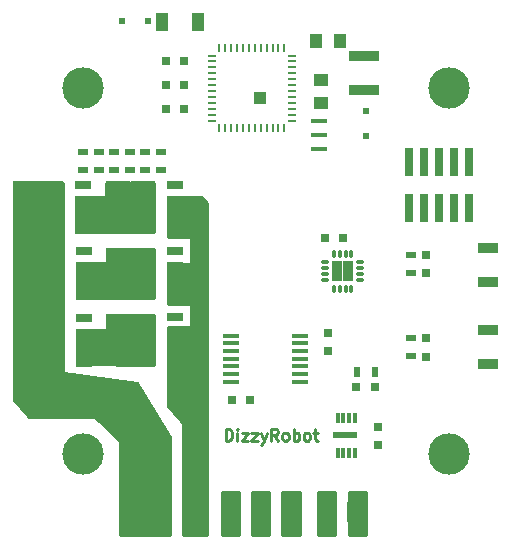
<source format=gbr>
G04 #@! TF.FileFunction,Soldermask,Top*
%FSLAX46Y46*%
G04 Gerber Fmt 4.6, Leading zero omitted, Abs format (unit mm)*
G04 Created by KiCad (PCBNEW 4.0.6) date 04/28/18 22:43:32*
%MOMM*%
%LPD*%
G01*
G04 APERTURE LIST*
%ADD10C,0.100000*%
%ADD11C,0.250000*%
%ADD12C,3.500000*%
%ADD13R,1.000000X1.250000*%
%ADD14R,1.250000X1.000000*%
%ADD15R,0.800000X0.750000*%
%ADD16R,0.750000X0.800000*%
%ADD17R,1.700000X0.900000*%
%ADD18R,0.500000X0.500000*%
%ADD19R,0.800000X0.800000*%
%ADD20R,1.700000X1.700000*%
%ADD21O,1.700000X1.700000*%
%ADD22R,2.500000X0.900000*%
%ADD23R,1.400000X0.700000*%
%ADD24R,4.300000X4.410000*%
%ADD25R,0.900000X0.500000*%
%ADD26R,0.500000X0.900000*%
%ADD27R,0.700000X0.250000*%
%ADD28R,0.250000X0.700000*%
%ADD29R,1.000000X1.000000*%
%ADD30R,0.304800X0.889000*%
%ADD31R,2.000000X0.600000*%
%ADD32O,0.300000X0.750000*%
%ADD33O,0.750000X0.300000*%
%ADD34R,0.900000X0.900000*%
%ADD35R,1.400000X0.400000*%
%ADD36R,1.000000X1.600000*%
%ADD37R,1.450000X0.450000*%
%ADD38R,2.150000X2.200000*%
%ADD39R,0.740000X2.400000*%
%ADD40C,0.254000*%
G04 APERTURE END LIST*
D10*
D11*
X62066666Y-79852381D02*
X62066666Y-78852381D01*
X62304761Y-78852381D01*
X62447619Y-78900000D01*
X62542857Y-78995238D01*
X62590476Y-79090476D01*
X62638095Y-79280952D01*
X62638095Y-79423810D01*
X62590476Y-79614286D01*
X62542857Y-79709524D01*
X62447619Y-79804762D01*
X62304761Y-79852381D01*
X62066666Y-79852381D01*
X63066666Y-79852381D02*
X63066666Y-79185714D01*
X63066666Y-78852381D02*
X63019047Y-78900000D01*
X63066666Y-78947619D01*
X63114285Y-78900000D01*
X63066666Y-78852381D01*
X63066666Y-78947619D01*
X63447618Y-79185714D02*
X63971428Y-79185714D01*
X63447618Y-79852381D01*
X63971428Y-79852381D01*
X64257142Y-79185714D02*
X64780952Y-79185714D01*
X64257142Y-79852381D01*
X64780952Y-79852381D01*
X65066666Y-79185714D02*
X65304761Y-79852381D01*
X65542857Y-79185714D02*
X65304761Y-79852381D01*
X65209523Y-80090476D01*
X65161904Y-80138095D01*
X65066666Y-80185714D01*
X66495238Y-79852381D02*
X66161904Y-79376190D01*
X65923809Y-79852381D02*
X65923809Y-78852381D01*
X66304762Y-78852381D01*
X66400000Y-78900000D01*
X66447619Y-78947619D01*
X66495238Y-79042857D01*
X66495238Y-79185714D01*
X66447619Y-79280952D01*
X66400000Y-79328571D01*
X66304762Y-79376190D01*
X65923809Y-79376190D01*
X67066666Y-79852381D02*
X66971428Y-79804762D01*
X66923809Y-79757143D01*
X66876190Y-79661905D01*
X66876190Y-79376190D01*
X66923809Y-79280952D01*
X66971428Y-79233333D01*
X67066666Y-79185714D01*
X67209524Y-79185714D01*
X67304762Y-79233333D01*
X67352381Y-79280952D01*
X67400000Y-79376190D01*
X67400000Y-79661905D01*
X67352381Y-79757143D01*
X67304762Y-79804762D01*
X67209524Y-79852381D01*
X67066666Y-79852381D01*
X67828571Y-79852381D02*
X67828571Y-78852381D01*
X67828571Y-79233333D02*
X67923809Y-79185714D01*
X68114286Y-79185714D01*
X68209524Y-79233333D01*
X68257143Y-79280952D01*
X68304762Y-79376190D01*
X68304762Y-79661905D01*
X68257143Y-79757143D01*
X68209524Y-79804762D01*
X68114286Y-79852381D01*
X67923809Y-79852381D01*
X67828571Y-79804762D01*
X68876190Y-79852381D02*
X68780952Y-79804762D01*
X68733333Y-79757143D01*
X68685714Y-79661905D01*
X68685714Y-79376190D01*
X68733333Y-79280952D01*
X68780952Y-79233333D01*
X68876190Y-79185714D01*
X69019048Y-79185714D01*
X69114286Y-79233333D01*
X69161905Y-79280952D01*
X69209524Y-79376190D01*
X69209524Y-79661905D01*
X69161905Y-79757143D01*
X69114286Y-79804762D01*
X69019048Y-79852381D01*
X68876190Y-79852381D01*
X69495238Y-79185714D02*
X69876190Y-79185714D01*
X69638095Y-78852381D02*
X69638095Y-79709524D01*
X69685714Y-79804762D01*
X69780952Y-79852381D01*
X69876190Y-79852381D01*
D12*
X81000000Y-81000000D03*
X50000000Y-81000000D03*
X81000000Y-50000000D03*
D13*
X71750000Y-46050000D03*
X69750000Y-46050000D03*
D14*
X70150000Y-51300000D03*
X70150000Y-49300000D03*
D15*
X58550000Y-51800000D03*
X57050000Y-51800000D03*
X58550000Y-49750000D03*
X57050000Y-49750000D03*
X58550000Y-47750000D03*
X57050000Y-47750000D03*
D16*
X75000000Y-80200000D03*
X75000000Y-78700000D03*
D15*
X70500000Y-62700000D03*
X72000000Y-62700000D03*
D17*
X84300000Y-66400000D03*
X84300000Y-63500000D03*
D18*
X73950000Y-51900000D03*
X73950000Y-54100000D03*
D19*
X74750000Y-75350000D03*
X73150000Y-75350000D03*
X79000000Y-71150000D03*
X79000000Y-72750000D03*
D18*
X55500000Y-44350000D03*
X53300000Y-44350000D03*
D19*
X79000000Y-64100000D03*
X79000000Y-65700000D03*
D17*
X84300000Y-73350000D03*
X84300000Y-70450000D03*
D20*
X73200000Y-85900000D03*
D21*
X70660000Y-85900000D03*
D20*
X56600000Y-85900000D03*
X59200000Y-85900000D03*
X62500000Y-85900000D03*
X65040000Y-85900000D03*
X67580000Y-85900000D03*
D22*
X73750000Y-50200000D03*
X73750000Y-47300000D03*
D23*
X50100000Y-73240000D03*
X50100000Y-71970000D03*
X50100000Y-70700000D03*
X50100000Y-69430000D03*
D24*
X46290000Y-71335000D03*
D23*
X50100000Y-67570000D03*
X50100000Y-66300000D03*
X50100000Y-65030000D03*
X50100000Y-63760000D03*
D24*
X46290000Y-65665000D03*
D23*
X50000000Y-62000000D03*
X50000000Y-60730000D03*
X50000000Y-59460000D03*
X50000000Y-58190000D03*
D24*
X46190000Y-60095000D03*
D25*
X77800000Y-72700000D03*
X77800000Y-71200000D03*
X77800000Y-65650000D03*
X77800000Y-64150000D03*
X55250000Y-56950000D03*
X55250000Y-55450000D03*
X56600000Y-56950000D03*
X56600000Y-55450000D03*
X52650000Y-56950000D03*
X52650000Y-55450000D03*
X53950000Y-56950000D03*
X53950000Y-55450000D03*
X50000000Y-56950000D03*
X50000000Y-55450000D03*
X51350000Y-56950000D03*
X51350000Y-55450000D03*
D26*
X73200000Y-74050000D03*
X74700000Y-74050000D03*
D27*
X67700000Y-52750000D03*
X67700000Y-52250000D03*
X67700000Y-51750000D03*
X67700000Y-51250000D03*
X67700000Y-50750000D03*
X67700000Y-50250000D03*
X67700000Y-49750000D03*
X67700000Y-49250000D03*
X67700000Y-48750000D03*
X67700000Y-48250000D03*
X67700000Y-47750000D03*
X67700000Y-47250000D03*
D28*
X67050000Y-46600000D03*
X66550000Y-46600000D03*
X66050000Y-46600000D03*
X65550000Y-46600000D03*
X65050000Y-46600000D03*
X64550000Y-46600000D03*
X64050000Y-46600000D03*
X63550000Y-46600000D03*
X63050000Y-46600000D03*
X62550000Y-46600000D03*
X62050000Y-46600000D03*
X61550000Y-46600000D03*
D27*
X60900000Y-47250000D03*
X60900000Y-47750000D03*
X60900000Y-48250000D03*
X60900000Y-48750000D03*
X60900000Y-49250000D03*
X60900000Y-49750000D03*
X60900000Y-50250000D03*
X60900000Y-50750000D03*
X60900000Y-51250000D03*
X60900000Y-51750000D03*
X60900000Y-52250000D03*
X60900000Y-52750000D03*
D28*
X61550000Y-53400000D03*
X62050000Y-53400000D03*
X62550000Y-53400000D03*
X63050000Y-53400000D03*
X63550000Y-53400000D03*
X64050000Y-53400000D03*
X64550000Y-53400000D03*
X65050000Y-53400000D03*
X65550000Y-53400000D03*
X66050000Y-53400000D03*
X66550000Y-53400000D03*
X67050000Y-53400000D03*
D29*
X65000000Y-50800000D03*
D30*
X73050000Y-77900000D03*
X72550000Y-77900000D03*
X72050000Y-77900000D03*
X71550000Y-77900000D03*
X71550000Y-80922600D03*
X72050000Y-80922600D03*
X72550000Y-80922600D03*
X73050000Y-80922600D03*
D31*
X72200000Y-79411300D03*
D32*
X71225000Y-66975000D03*
X71725000Y-66975000D03*
X72225000Y-66975000D03*
X72725000Y-66975000D03*
D33*
X73450000Y-66250000D03*
X73450000Y-65750000D03*
X73450000Y-65250000D03*
X73450000Y-64750000D03*
D32*
X72725000Y-64025000D03*
X72225000Y-64025000D03*
X71725000Y-64025000D03*
X71225000Y-64025000D03*
D33*
X70500000Y-64750000D03*
X70500000Y-65250000D03*
X70500000Y-65750000D03*
X70500000Y-66250000D03*
D34*
X72425000Y-65050000D03*
X71525000Y-65050000D03*
X72425000Y-65950000D03*
X71525000Y-65950000D03*
D35*
X70000000Y-55150000D03*
X70000000Y-53950000D03*
X70000000Y-52750000D03*
D12*
X50000000Y-50000000D03*
D36*
X56700000Y-44400000D03*
X59700000Y-44400000D03*
D15*
X62650000Y-76450000D03*
X64150000Y-76450000D03*
D16*
X70750000Y-70750000D03*
X70750000Y-72250000D03*
D37*
X68400000Y-74850000D03*
X68400000Y-74200000D03*
X68400000Y-73550000D03*
X68400000Y-72900000D03*
X68400000Y-72250000D03*
X68400000Y-71600000D03*
X68400000Y-70950000D03*
X62500000Y-70950000D03*
X62500000Y-71600000D03*
X62500000Y-72250000D03*
X62500000Y-72900000D03*
X62500000Y-73550000D03*
X62500000Y-74200000D03*
X62500000Y-74850000D03*
D23*
X57823935Y-73205000D03*
X57823935Y-71935000D03*
X57823935Y-70665000D03*
X57823935Y-69395000D03*
D38*
X52958935Y-72400000D03*
X52958935Y-70200000D03*
X55108935Y-72400000D03*
X55108935Y-70200000D03*
D23*
X57810000Y-67605000D03*
X57810000Y-66335000D03*
X57810000Y-65065000D03*
X57810000Y-63795000D03*
D38*
X52945000Y-66800000D03*
X52945000Y-64600000D03*
X55095000Y-66800000D03*
X55095000Y-64600000D03*
D23*
X57823935Y-62000000D03*
X57823935Y-60730000D03*
X57823935Y-59460000D03*
X57823935Y-58190000D03*
D38*
X52958935Y-61195000D03*
X52958935Y-58995000D03*
X55108935Y-61195000D03*
X55108935Y-58995000D03*
D39*
X77610000Y-60150000D03*
X77610000Y-56250000D03*
X78880000Y-60150000D03*
X78880000Y-56250000D03*
X80150000Y-60150000D03*
X80150000Y-56250000D03*
X81420000Y-60150000D03*
X81420000Y-56250000D03*
X82690000Y-60150000D03*
X82690000Y-56250000D03*
D40*
G36*
X48273000Y-74000000D02*
X48283006Y-74049410D01*
X48311447Y-74091035D01*
X48353841Y-74118315D01*
X48382886Y-74125842D01*
X54573198Y-74967724D01*
X57373000Y-79535822D01*
X57373000Y-87873000D01*
X53127000Y-87873000D01*
X53127000Y-80000000D01*
X53116994Y-79950590D01*
X53089803Y-79910197D01*
X51089803Y-77910197D01*
X51047789Y-77882334D01*
X51000000Y-77873000D01*
X45406561Y-77873000D01*
X44127000Y-76451265D01*
X44127000Y-58027000D01*
X48273000Y-58027000D01*
X48273000Y-74000000D01*
X48273000Y-74000000D01*
G37*
X48273000Y-74000000D02*
X48283006Y-74049410D01*
X48311447Y-74091035D01*
X48353841Y-74118315D01*
X48382886Y-74125842D01*
X54573198Y-74967724D01*
X57373000Y-79535822D01*
X57373000Y-87873000D01*
X53127000Y-87873000D01*
X53127000Y-80000000D01*
X53116994Y-79950590D01*
X53089803Y-79910197D01*
X51089803Y-77910197D01*
X51047789Y-77882334D01*
X51000000Y-77873000D01*
X45406561Y-77873000D01*
X44127000Y-76451265D01*
X44127000Y-58027000D01*
X48273000Y-58027000D01*
X48273000Y-74000000D01*
G36*
X55974435Y-62173000D02*
X49427000Y-62173000D01*
X49427000Y-59227000D01*
X51850000Y-59227000D01*
X51899410Y-59216994D01*
X51941035Y-59188553D01*
X51968315Y-59146159D01*
X51977000Y-59100000D01*
X51977000Y-58027000D01*
X56021548Y-58027000D01*
X55974435Y-62173000D01*
X55974435Y-62173000D01*
G37*
X55974435Y-62173000D02*
X49427000Y-62173000D01*
X49427000Y-59227000D01*
X51850000Y-59227000D01*
X51899410Y-59216994D01*
X51941035Y-59188553D01*
X51968315Y-59146159D01*
X51977000Y-59100000D01*
X51977000Y-58027000D01*
X56021548Y-58027000D01*
X55974435Y-62173000D01*
G36*
X55974435Y-67773000D02*
X49527000Y-67773000D01*
X49527000Y-64827000D01*
X51900000Y-64827000D01*
X51949410Y-64816994D01*
X51991035Y-64788553D01*
X52018315Y-64746159D01*
X52027000Y-64700000D01*
X52027000Y-63627000D01*
X56021548Y-63627000D01*
X55974435Y-67773000D01*
X55974435Y-67773000D01*
G37*
X55974435Y-67773000D02*
X49527000Y-67773000D01*
X49527000Y-64827000D01*
X51900000Y-64827000D01*
X51949410Y-64816994D01*
X51991035Y-64788553D01*
X52018315Y-64746159D01*
X52027000Y-64700000D01*
X52027000Y-63627000D01*
X56021548Y-63627000D01*
X55974435Y-67773000D01*
G36*
X56023000Y-73422055D02*
X49527000Y-73373937D01*
X49527000Y-70477000D01*
X51900000Y-70477000D01*
X51949410Y-70466994D01*
X51991035Y-70438553D01*
X52018315Y-70396159D01*
X52027000Y-70350000D01*
X52027000Y-69227000D01*
X56023000Y-69227000D01*
X56023000Y-73422055D01*
X56023000Y-73422055D01*
G37*
X56023000Y-73422055D02*
X49527000Y-73373937D01*
X49527000Y-70477000D01*
X51900000Y-70477000D01*
X51949410Y-70466994D01*
X51991035Y-70438553D01*
X52018315Y-70396159D01*
X52027000Y-70350000D01*
X52027000Y-69227000D01*
X56023000Y-69227000D01*
X56023000Y-73422055D01*
G36*
X60473000Y-59702606D02*
X60473000Y-87873000D01*
X58427000Y-87873000D01*
X58427000Y-78350000D01*
X58416994Y-78300590D01*
X58394921Y-78265626D01*
X57227000Y-76951715D01*
X57227000Y-70227000D01*
X59000000Y-70227000D01*
X59049410Y-70216994D01*
X59091035Y-70188553D01*
X59118315Y-70146159D01*
X59127000Y-70100000D01*
X59127000Y-68400000D01*
X59116994Y-68350590D01*
X59088553Y-68308965D01*
X59046159Y-68281685D01*
X59000000Y-68273000D01*
X57227000Y-68273000D01*
X57227000Y-64877000D01*
X59000000Y-64877000D01*
X59049410Y-64866994D01*
X59091035Y-64838553D01*
X59118315Y-64796159D01*
X59127000Y-64750000D01*
X59127000Y-62750000D01*
X59116994Y-62700590D01*
X59088553Y-62658965D01*
X59046159Y-62631685D01*
X59000000Y-62623000D01*
X57227000Y-62623000D01*
X57227000Y-59227000D01*
X59997394Y-59227000D01*
X60473000Y-59702606D01*
X60473000Y-59702606D01*
G37*
X60473000Y-59702606D02*
X60473000Y-87873000D01*
X58427000Y-87873000D01*
X58427000Y-78350000D01*
X58416994Y-78300590D01*
X58394921Y-78265626D01*
X57227000Y-76951715D01*
X57227000Y-70227000D01*
X59000000Y-70227000D01*
X59049410Y-70216994D01*
X59091035Y-70188553D01*
X59118315Y-70146159D01*
X59127000Y-70100000D01*
X59127000Y-68400000D01*
X59116994Y-68350590D01*
X59088553Y-68308965D01*
X59046159Y-68281685D01*
X59000000Y-68273000D01*
X57227000Y-68273000D01*
X57227000Y-64877000D01*
X59000000Y-64877000D01*
X59049410Y-64866994D01*
X59091035Y-64838553D01*
X59118315Y-64796159D01*
X59127000Y-64750000D01*
X59127000Y-62750000D01*
X59116994Y-62700590D01*
X59088553Y-62658965D01*
X59046159Y-62631685D01*
X59000000Y-62623000D01*
X57227000Y-62623000D01*
X57227000Y-59227000D01*
X59997394Y-59227000D01*
X60473000Y-59702606D01*
G36*
X63223000Y-87873000D02*
X61777000Y-87873000D01*
X61777000Y-84177000D01*
X63223000Y-84177000D01*
X63223000Y-87873000D01*
X63223000Y-87873000D01*
G37*
X63223000Y-87873000D02*
X61777000Y-87873000D01*
X61777000Y-84177000D01*
X63223000Y-84177000D01*
X63223000Y-87873000D01*
G36*
X65773000Y-87873000D02*
X64277000Y-87873000D01*
X64277000Y-84177000D01*
X65773000Y-84177000D01*
X65773000Y-87873000D01*
X65773000Y-87873000D01*
G37*
X65773000Y-87873000D02*
X64277000Y-87873000D01*
X64277000Y-84177000D01*
X65773000Y-84177000D01*
X65773000Y-87873000D01*
G36*
X68373000Y-87873000D02*
X66827000Y-87873000D01*
X66827000Y-84177000D01*
X68373000Y-84177000D01*
X68373000Y-87873000D01*
X68373000Y-87873000D01*
G37*
X68373000Y-87873000D02*
X66827000Y-87873000D01*
X66827000Y-84177000D01*
X68373000Y-84177000D01*
X68373000Y-87873000D01*
G36*
X71373000Y-87873000D02*
X69927000Y-87873000D01*
X69927000Y-84227000D01*
X71373000Y-84227000D01*
X71373000Y-87873000D01*
X71373000Y-87873000D01*
G37*
X71373000Y-87873000D02*
X69927000Y-87873000D01*
X69927000Y-84227000D01*
X71373000Y-84227000D01*
X71373000Y-87873000D01*
G36*
X73973000Y-87873000D02*
X72477000Y-87873000D01*
X72477000Y-84227000D01*
X73973000Y-84227000D01*
X73973000Y-87873000D01*
X73973000Y-87873000D01*
G37*
X73973000Y-87873000D02*
X72477000Y-87873000D01*
X72477000Y-84227000D01*
X73973000Y-84227000D01*
X73973000Y-87873000D01*
M02*

</source>
